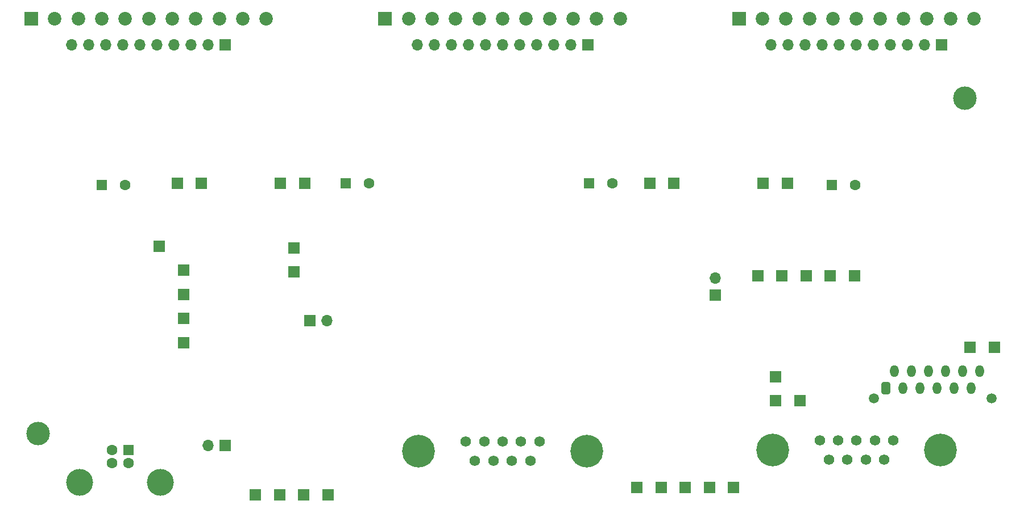
<source format=gbs>
G04 #@! TF.GenerationSoftware,KiCad,Pcbnew,8.0.8*
G04 #@! TF.CreationDate,2025-02-08T12:50:56+01:00*
G04 #@! TF.ProjectId,Overlord,4f766572-6c6f-4726-942e-6b696361645f,rev?*
G04 #@! TF.SameCoordinates,Original*
G04 #@! TF.FileFunction,Soldermask,Bot*
G04 #@! TF.FilePolarity,Negative*
%FSLAX46Y46*%
G04 Gerber Fmt 4.6, Leading zero omitted, Abs format (unit mm)*
G04 Created by KiCad (PCBNEW 8.0.8) date 2025-02-08 12:50:56*
%MOMM*%
%LPD*%
G01*
G04 APERTURE LIST*
G04 Aperture macros list*
%AMRoundRect*
0 Rectangle with rounded corners*
0 $1 Rounding radius*
0 $2 $3 $4 $5 $6 $7 $8 $9 X,Y pos of 4 corners*
0 Add a 4 corners polygon primitive as box body*
4,1,4,$2,$3,$4,$5,$6,$7,$8,$9,$2,$3,0*
0 Add four circle primitives for the rounded corners*
1,1,$1+$1,$2,$3*
1,1,$1+$1,$4,$5*
1,1,$1+$1,$6,$7*
1,1,$1+$1,$8,$9*
0 Add four rect primitives between the rounded corners*
20,1,$1+$1,$2,$3,$4,$5,0*
20,1,$1+$1,$4,$5,$6,$7,0*
20,1,$1+$1,$6,$7,$8,$9,0*
20,1,$1+$1,$8,$9,$2,$3,0*%
G04 Aperture macros list end*
%ADD10C,3.500000*%
%ADD11R,1.700000X1.700000*%
%ADD12C,1.500000*%
%ADD13RoundRect,0.250000X0.400000X-0.650000X0.400000X0.650000X-0.400000X0.650000X-0.400000X-0.650000X0*%
%ADD14O,1.300000X1.800000*%
%ADD15O,1.700000X1.700000*%
%ADD16R,2.025000X2.025000*%
%ADD17C,2.025000*%
%ADD18R,1.600000X1.600000*%
%ADD19C,1.600000*%
%ADD20C,4.000000*%
%ADD21C,1.562000*%
%ADD22C,4.877000*%
G04 APERTURE END LIST*
D10*
X171960000Y-43450000D03*
X33960000Y-93450000D03*
D11*
X72050000Y-69350000D03*
D12*
X158400000Y-88180000D03*
X175970000Y-88180000D03*
D13*
X160200000Y-86700000D03*
D14*
X161470000Y-84160000D03*
X162740000Y-86700000D03*
X164010000Y-84160000D03*
X165279999Y-86700000D03*
X166550000Y-84160000D03*
X167820000Y-86700000D03*
X169090000Y-84160000D03*
X170360000Y-86700000D03*
X171630000Y-84160000D03*
X172900000Y-86700000D03*
X174170000Y-84160000D03*
D11*
X134827500Y-72825000D03*
D15*
X134827500Y-70285000D03*
D11*
X133950000Y-101550000D03*
X55650000Y-76300000D03*
X148350000Y-69950000D03*
D16*
X85650000Y-31600000D03*
D17*
X89150000Y-31600000D03*
X92650000Y-31600000D03*
X96150000Y-31600000D03*
X99650000Y-31600000D03*
X103150000Y-31600000D03*
X106650000Y-31600000D03*
X110150000Y-31600000D03*
X113650000Y-31600000D03*
X117150000Y-31600000D03*
X120650000Y-31600000D03*
D11*
X73650000Y-56100000D03*
X73550000Y-102650000D03*
X126750000Y-101550000D03*
X115850000Y-35500000D03*
D15*
X113310000Y-35500000D03*
X110770001Y-35500000D03*
X108230000Y-35500000D03*
X105690000Y-35500000D03*
X103150000Y-35500000D03*
X100610000Y-35500000D03*
X98069999Y-35500000D03*
X95530000Y-35500000D03*
X92990000Y-35500000D03*
X90450000Y-35500000D03*
D18*
X79750000Y-56150000D03*
D19*
X83250000Y-56150000D03*
D11*
X61875000Y-35500000D03*
D15*
X59335000Y-35500000D03*
X56795001Y-35500000D03*
X54255000Y-35500000D03*
X51715000Y-35500000D03*
X49175000Y-35500000D03*
X46635000Y-35500000D03*
X44094999Y-35500000D03*
X41555000Y-35500000D03*
X39015000Y-35500000D03*
D11*
X155550000Y-69950000D03*
X55650000Y-72700000D03*
X176350000Y-80600000D03*
X123150000Y-101550000D03*
X141150000Y-69950000D03*
X172749999Y-80600000D03*
X147400000Y-88600000D03*
D18*
X43450000Y-56400000D03*
D19*
X46950000Y-56400000D03*
D11*
X58300000Y-56100000D03*
D18*
X47450000Y-95890000D03*
D19*
X44950000Y-95890000D03*
X44950000Y-97890000D03*
X47450000Y-97890000D03*
D20*
X52200000Y-100750000D03*
X40200000Y-100750000D03*
D11*
X66350000Y-102650000D03*
X137550000Y-101550000D03*
D18*
X115997349Y-56150000D03*
D19*
X119497349Y-56150000D03*
D11*
X130350000Y-101550000D03*
X55650000Y-79900000D03*
X151950000Y-69950000D03*
X77149999Y-102650000D03*
X54700000Y-56100000D03*
X128650000Y-56100000D03*
X70050000Y-56100000D03*
X74470001Y-76605000D03*
D15*
X77010001Y-76605000D03*
D11*
X69950001Y-102650000D03*
X168550000Y-35500000D03*
D15*
X166010000Y-35500000D03*
X163470001Y-35500000D03*
X160930000Y-35500000D03*
X158390000Y-35500000D03*
X155850000Y-35500000D03*
X153310000Y-35500000D03*
X150769999Y-35500000D03*
X148230000Y-35500000D03*
X145690000Y-35500000D03*
X143150000Y-35500000D03*
D21*
X161336000Y-94506000D03*
X158593000Y-94506000D03*
X155850000Y-94506000D03*
X153107000Y-94506000D03*
X150364000Y-94506000D03*
X159965000Y-97351000D03*
X157222000Y-97351000D03*
X154478000Y-97351000D03*
X151735000Y-97351000D03*
D22*
X168347000Y-95929000D03*
X143353000Y-95929000D03*
D16*
X138350000Y-31600000D03*
D17*
X141850000Y-31600000D03*
X145350000Y-31600000D03*
X148850000Y-31600000D03*
X152350000Y-31600000D03*
X155850000Y-31600000D03*
X159350000Y-31600000D03*
X162850000Y-31600000D03*
X166350000Y-31600000D03*
X169850000Y-31600000D03*
X173350000Y-31600000D03*
D11*
X145550000Y-56100000D03*
D16*
X32950000Y-31600000D03*
D17*
X36450000Y-31600000D03*
X39950000Y-31600000D03*
X43450000Y-31600000D03*
X46950000Y-31600000D03*
X50450000Y-31600000D03*
X53950000Y-31600000D03*
X57450000Y-31600000D03*
X60950000Y-31600000D03*
X64450000Y-31600000D03*
X67950000Y-31600000D03*
D18*
X152150000Y-56400000D03*
D19*
X155650000Y-56400000D03*
D11*
X141950000Y-56100000D03*
X72050000Y-65750000D03*
X144750000Y-69950000D03*
X125050001Y-56100000D03*
X52050000Y-65500000D03*
X143800000Y-88600000D03*
D21*
X108636000Y-94655000D03*
X105893000Y-94655000D03*
X103150000Y-94655000D03*
X100407000Y-94655000D03*
X97664000Y-94655000D03*
X107265000Y-97500000D03*
X104522000Y-97500000D03*
X101778000Y-97500000D03*
X99035000Y-97500000D03*
D22*
X115647000Y-96078000D03*
X90653000Y-96078000D03*
D11*
X143800000Y-85000000D03*
X61875000Y-95250000D03*
D15*
X59335000Y-95250000D03*
D11*
X55650000Y-69100000D03*
M02*

</source>
